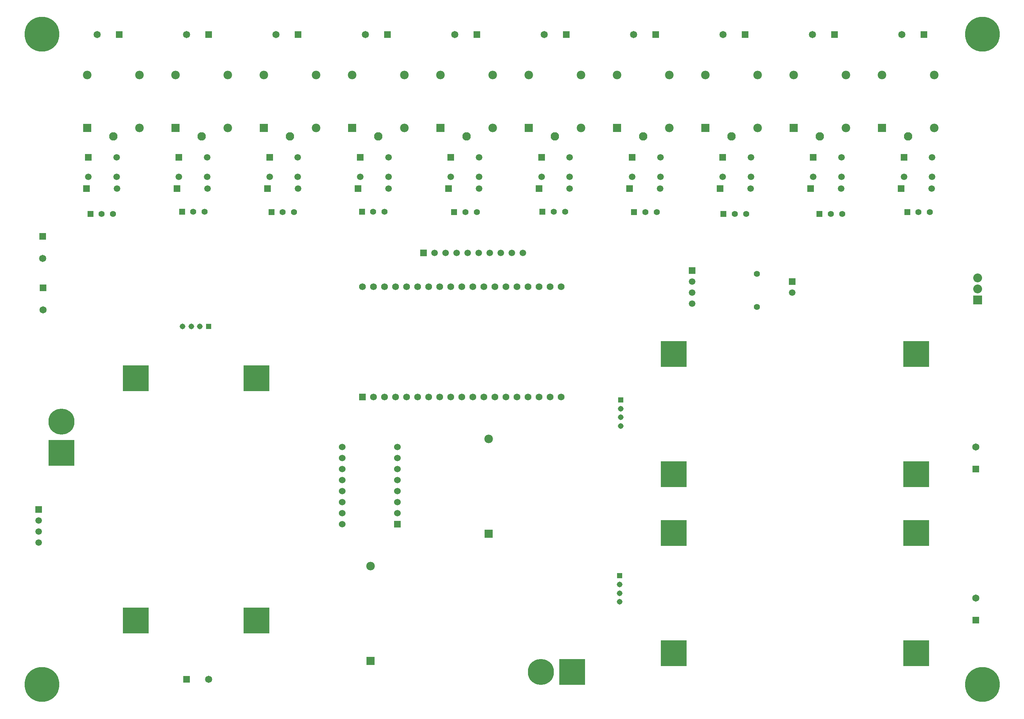
<source format=gbr>
%TF.GenerationSoftware,Altium Limited,Altium Designer,22.1.2 (22)*%
G04 Layer_Color=255*
%FSLAX45Y45*%
%MOMM*%
%TF.SameCoordinates,97720CCC-B93B-4F85-99AC-C394CD96EF65*%
%TF.FilePolarity,Positive*%
%TF.FileFunction,Pads,Bot*%
%TF.Part,Single*%
G01*
G75*
%TA.AperFunction,ComponentPad*%
%ADD22C,1.98000*%
%ADD23C,1.93500*%
%ADD24R,1.98000X1.98000*%
%ADD25C,1.49800*%
%ADD26R,1.49800X1.49800*%
%ADD27C,8.00000*%
%ADD28C,1.40000*%
%ADD29R,1.50000X1.50000*%
%ADD30C,1.50000*%
%ADD31R,1.53000X1.53000*%
%ADD32C,1.53000*%
%ADD33R,1.50000X1.50000*%
%ADD34R,2.04000X2.04000*%
%ADD35C,2.04000*%
%ADD36R,1.65000X1.65000*%
%ADD37C,1.65000*%
%ADD38C,1.30800*%
%ADD39R,1.30800X1.30800*%
%ADD40R,1.65000X1.65000*%
%ADD41C,6.00000*%
%ADD42R,6.00000X6.00000*%
%ADD43R,1.40000X1.40000*%
%ADD44R,6.00000X6.00000*%
%ADD45R,1.56000X1.56000*%
%ADD46C,1.56000*%
%ADD47R,1.30800X1.30800*%
D22*
X4365700Y4762900D02*
D03*
X5565700D02*
D03*
Y3542900D02*
D03*
X-3762300Y4762900D02*
D03*
X-2562300D02*
D03*
Y3542900D02*
D03*
X-5794300Y4762900D02*
D03*
X-4594300D02*
D03*
Y3542900D02*
D03*
X-10690300D02*
D03*
Y4762900D02*
D03*
X-11890300D02*
D03*
X-4686300Y-3619700D02*
D03*
X3533700Y3542900D02*
D03*
Y4762900D02*
D03*
X2333700D02*
D03*
X-530300Y3542900D02*
D03*
Y4762900D02*
D03*
X-1730300D02*
D03*
X1501700Y3542900D02*
D03*
Y4762900D02*
D03*
X301700D02*
D03*
X-13922301D02*
D03*
X-12722300D02*
D03*
Y3542900D02*
D03*
X-8658300D02*
D03*
Y4762900D02*
D03*
X-9858300D02*
D03*
X-6626300Y3542900D02*
D03*
Y4762900D02*
D03*
X-7826300D02*
D03*
X-7404100Y-6553400D02*
D03*
D23*
X4965700Y3342900D02*
D03*
X-3162300D02*
D03*
X-5194300D02*
D03*
X-11290300D02*
D03*
X2933700D02*
D03*
X-1130300D02*
D03*
X901700D02*
D03*
X-13322301D02*
D03*
X-9258300D02*
D03*
X-7226300D02*
D03*
D24*
X4365700Y3542900D02*
D03*
X-3762300D02*
D03*
X-5794300D02*
D03*
X-11890300D02*
D03*
X-4686300Y-5803700D02*
D03*
X2333700Y3542900D02*
D03*
X-1730300D02*
D03*
X301700D02*
D03*
X-13922301D02*
D03*
X-9858300D02*
D03*
X-7826300D02*
D03*
X-7404100Y-8737400D02*
D03*
D25*
X-6990966Y2866600D02*
D03*
Y2416600D02*
D03*
X-7640966D02*
D03*
X2784255D02*
D03*
X3434255D02*
D03*
Y2866600D02*
D03*
X699210Y2416600D02*
D03*
X1349211D02*
D03*
Y2866600D02*
D03*
X-1385834Y2416600D02*
D03*
X-735833D02*
D03*
Y2866600D02*
D03*
X-2820878D02*
D03*
Y2416600D02*
D03*
X-3470878D02*
D03*
X-4905922Y2866600D02*
D03*
Y2416600D02*
D03*
X-5555922D02*
D03*
X-9726010D02*
D03*
X-9076010D02*
D03*
Y2866600D02*
D03*
X-11161054D02*
D03*
Y2416600D02*
D03*
X-11811054D02*
D03*
X-13896098D02*
D03*
X-13246098D02*
D03*
Y2866600D02*
D03*
X5519299D02*
D03*
Y2416600D02*
D03*
X4869299D02*
D03*
D26*
X-7640966Y2866600D02*
D03*
X2784255D02*
D03*
X699210D02*
D03*
X-1385834D02*
D03*
X-3470878D02*
D03*
X-5555922D02*
D03*
X-9726010D02*
D03*
X-11811054D02*
D03*
X-13896098D02*
D03*
X4869299D02*
D03*
D27*
X-14968600Y-9279000D02*
D03*
Y5697600D02*
D03*
X6675500Y-9279000D02*
D03*
Y5697600D02*
D03*
D28*
X1485900Y-584200D02*
D03*
Y177800D02*
D03*
X-3187700Y1612900D02*
D03*
X-2927700D02*
D03*
X-13589000Y1562100D02*
D03*
X-13328999D02*
D03*
X-11480800Y1611925D02*
D03*
X-11220800D02*
D03*
X-9423400Y1600200D02*
D03*
X-9163400D02*
D03*
X-7340600Y1612900D02*
D03*
X-7080600D02*
D03*
X-1079500Y1600200D02*
D03*
X-819500D02*
D03*
X5207000D02*
D03*
X5467000D02*
D03*
X-5219700D02*
D03*
X-4959700D02*
D03*
X977900Y1562100D02*
D03*
X1237900D02*
D03*
X3187700D02*
D03*
X3447700D02*
D03*
D29*
X-6184900Y660400D02*
D03*
X2718400Y2146300D02*
D03*
X635600D02*
D03*
X-13944000D02*
D03*
X-11861200D02*
D03*
X-1447200D02*
D03*
X-3530000D02*
D03*
X-5612800D02*
D03*
X-7695600D02*
D03*
X-9778400D02*
D03*
X4801200D02*
D03*
D30*
X-5930900Y660400D02*
D03*
X-5676900D02*
D03*
X-5422900D02*
D03*
X-5168900D02*
D03*
X-4914900D02*
D03*
X-4660900D02*
D03*
X-4406900D02*
D03*
X-4152900D02*
D03*
X-3898900D02*
D03*
X2300000Y-254000D02*
D03*
X3428400Y2146300D02*
D03*
X1345600D02*
D03*
X-13234000D02*
D03*
X-11151200D02*
D03*
X-737200D02*
D03*
X-2820000D02*
D03*
X-4902800D02*
D03*
X-6985600D02*
D03*
X-9068400D02*
D03*
X5511200D02*
D03*
X0Y-508000D02*
D03*
Y-254000D02*
D03*
Y0D02*
D03*
X-15036800Y-6007100D02*
D03*
Y-5753100D02*
D03*
Y-5499100D02*
D03*
D31*
X-6781800Y-5588000D02*
D03*
D32*
Y-5334000D02*
D03*
Y-5080000D02*
D03*
Y-4826000D02*
D03*
Y-4572000D02*
D03*
Y-4318000D02*
D03*
Y-4064000D02*
D03*
Y-3810000D02*
D03*
X-8051800D02*
D03*
Y-4064000D02*
D03*
Y-4318000D02*
D03*
Y-4572000D02*
D03*
Y-4826000D02*
D03*
Y-5080000D02*
D03*
Y-5334000D02*
D03*
Y-5588000D02*
D03*
D33*
X2300000Y0D02*
D03*
X0Y254000D02*
D03*
X-15036800Y-5245100D02*
D03*
D34*
X6565900Y-419100D02*
D03*
D35*
Y-165100D02*
D03*
Y88900D02*
D03*
D36*
X5333999Y5689600D02*
D03*
X3275817D02*
D03*
X1217635D02*
D03*
X-11633200Y-9156700D02*
D03*
X-13189639Y5689600D02*
D03*
X-11131458D02*
D03*
X-9073275D02*
D03*
X-7015093D02*
D03*
X-4956911D02*
D03*
X-2898729D02*
D03*
X-840547D02*
D03*
D37*
X4825999D02*
D03*
X2767817D02*
D03*
X709635D02*
D03*
X-14935201Y-647700D02*
D03*
X-11125200Y-9156700D02*
D03*
X-13697639Y5689600D02*
D03*
X-11639458D02*
D03*
X-9581275D02*
D03*
X-7523093D02*
D03*
X-5464911D02*
D03*
X-3406729D02*
D03*
X-1348547D02*
D03*
X6527800Y-7289800D02*
D03*
X-14947900Y533400D02*
D03*
X6527800Y-3810000D02*
D03*
D38*
X-11728400Y-1032090D02*
D03*
X-11528400D02*
D03*
X-11328400D02*
D03*
X-1673010Y-6975500D02*
D03*
Y-7175500D02*
D03*
Y-7375500D02*
D03*
X-1647610Y-2924200D02*
D03*
Y-3124200D02*
D03*
Y-3324200D02*
D03*
D39*
X-11128400Y-1032090D02*
D03*
D40*
X-14935201Y-139700D02*
D03*
X6527800Y-7797800D02*
D03*
X-14947900Y1041400D02*
D03*
X6527800Y-4318000D02*
D03*
D41*
X-14517999Y-3226800D02*
D03*
X-3484200Y-8989600D02*
D03*
D42*
X-14517999Y-3946800D02*
D03*
X-427800Y-8560500D02*
D03*
Y-5790500D02*
D03*
X5152200Y-8560500D02*
D03*
Y-5790500D02*
D03*
X-427800Y-4433000D02*
D03*
Y-1663000D02*
D03*
X5152200Y-4433000D02*
D03*
Y-1663000D02*
D03*
D43*
X-3447700Y1612900D02*
D03*
X-13849001Y1562100D02*
D03*
X-11740800Y1611925D02*
D03*
X-9683400Y1600200D02*
D03*
X-7600600Y1612900D02*
D03*
X-1339500Y1600200D02*
D03*
X4947000D02*
D03*
X-5479700D02*
D03*
X717900Y1562100D02*
D03*
X2927700D02*
D03*
D44*
X-2764200Y-8989600D02*
D03*
X-12802299Y-2226500D02*
D03*
X-10032300D02*
D03*
X-12802299Y-7806500D02*
D03*
X-10032300D02*
D03*
D45*
X-7589400Y-2654300D02*
D03*
D46*
X-7335400D02*
D03*
X-3017400D02*
D03*
X-7081400D02*
D03*
X-6827400D02*
D03*
X-6573400D02*
D03*
X-6319400D02*
D03*
X-6065400D02*
D03*
X-5811400D02*
D03*
X-5557400D02*
D03*
X-5303400D02*
D03*
X-5049400D02*
D03*
X-4795400D02*
D03*
X-4541400D02*
D03*
X-4287400D02*
D03*
X-4033400D02*
D03*
X-3779400D02*
D03*
X-3525400D02*
D03*
X-3271400D02*
D03*
X-7589400Y-114300D02*
D03*
X-7335400D02*
D03*
X-7081400D02*
D03*
X-6827400D02*
D03*
X-6573400D02*
D03*
X-6319400D02*
D03*
X-6065400D02*
D03*
X-5811400D02*
D03*
X-5557400D02*
D03*
X-5303400D02*
D03*
X-5049400D02*
D03*
X-4795400D02*
D03*
X-4541400D02*
D03*
X-4287400D02*
D03*
X-4033400D02*
D03*
X-3779400D02*
D03*
X-3525400D02*
D03*
X-3271400D02*
D03*
X-3017400D02*
D03*
D47*
X-1673010Y-6775500D02*
D03*
X-1647610Y-2724200D02*
D03*
%TF.MD5,06e8040cc539ab62dc64e4535b07bd38*%
M02*

</source>
